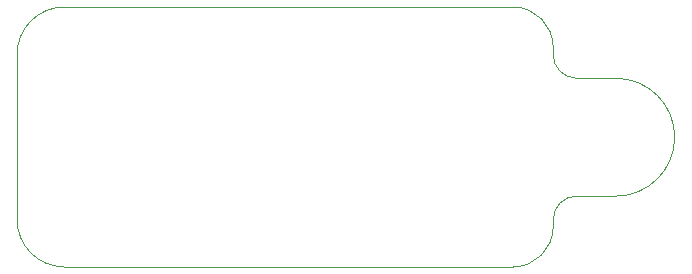
<source format=gbr>
%TF.GenerationSoftware,KiCad,Pcbnew,8.0.8*%
%TF.CreationDate,2025-03-12T20:30:10+01:00*%
%TF.ProjectId,TTS,5454532e-6b69-4636-9164-5f7063625858,rev?*%
%TF.SameCoordinates,PX2255100PY2ebae40*%
%TF.FileFunction,Profile,NP*%
%FSLAX46Y46*%
G04 Gerber Fmt 4.6, Leading zero omitted, Abs format (unit mm)*
G04 Created by KiCad (PCBNEW 8.0.8) date 2025-03-12 20:30:10*
%MOMM*%
%LPD*%
G01*
G04 APERTURE LIST*
%TA.AperFunction,Profile*%
%ADD10C,0.100000*%
%TD*%
G04 APERTURE END LIST*
D10*
X141000000Y19000000D02*
G75*
G02*
X144391200Y15610000I600J-3390600D01*
G01*
X103000000Y-3000000D02*
G75*
G02*
X99000000Y1000000I0J4000000D01*
G01*
X146378752Y12971249D02*
X149690000Y12970000D01*
X149690000Y12970000D02*
G75*
G02*
X149690000Y2990000I0J-4990000D01*
G01*
X144391249Y390002D02*
X144391249Y1003742D01*
X99000000Y15000000D02*
G75*
G02*
X103000000Y19000000I4000000J0D01*
G01*
X103000000Y19000000D02*
X141000000Y19000000D01*
X146378752Y12971249D02*
G75*
G02*
X144390049Y14959998I48J1988751D01*
G01*
X146380000Y2992491D02*
X149690000Y2990000D01*
X144391249Y1003742D02*
G75*
G02*
X146380000Y2992451I1988751J-42D01*
G01*
X144391249Y15610000D02*
X144390001Y14959998D01*
X144391249Y390002D02*
G75*
G02*
X141000000Y-3000049I-3390649J598D01*
G01*
X141000000Y-2999998D02*
X103000000Y-3000000D01*
X99000000Y15000000D02*
X99000000Y1000000D01*
M02*

</source>
